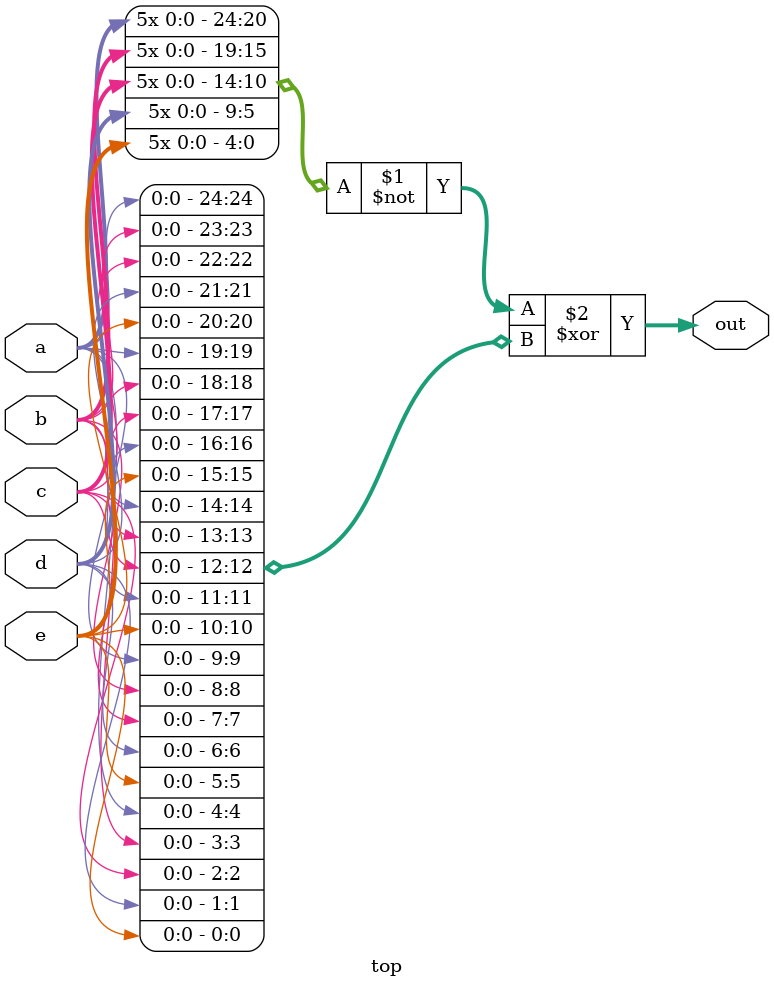
<source format=v>
module top (
    input a, b, c, d, e,
    output [24:0] out
);

    assign out = ~{{5{a}}, {5{b}}, {5{c}}, {5{d}}, {5{e}}} ^ {5 {a,b,c,d,e}};

endmodule
</source>
